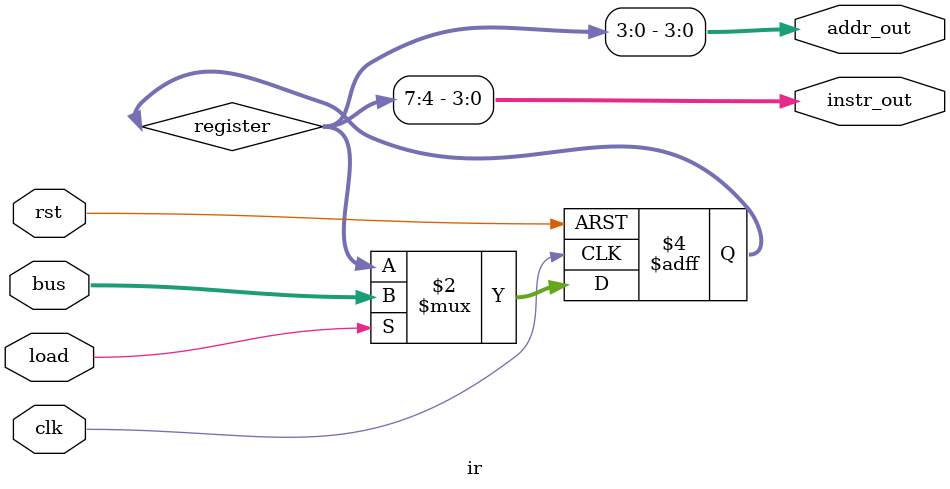
<source format=v>
module ir (
    input           clk,
    input           rst,
    input           load,
    input   [7:0]   bus,

    output  [3:0]   instr_out,
    output  [3:0]   addr_out
);
    reg     [7:0]   register;

    always @(posedge clk or posedge rst) begin
        if (rst) register <= 8'b0; 
        else if (load) register <= bus;
    end

    assign instr_out = register[7:4];
    assign addr_out = register[3:0];
endmodule
</source>
